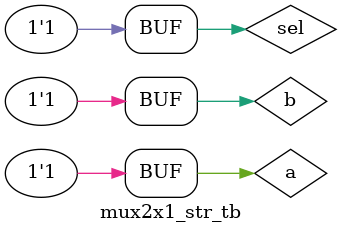
<source format=v>
`include"mux2x1.v"
module mux2x1_str_tb();
reg a,b,sel;
wire out;
mux2x1_str DUT(out,a,b,sel);
initial
begin
$monitor("At time %t,a=(%0d),b=(%0d),sel=(%0d)",$time,a,b,sel);
$dumpfile("mux2x1_str_tb.vcd");
$dumpvars(0, mux2x1_str_tb);
a = 0; b = 0; sel = 0; #10;
a = 0; b = 0; sel = 1; #10;
a = 0; b = 1; sel = 0; #10;
a = 0; b = 1; sel = 1; #10;
a = 1; b = 0; sel = 0; #10;
a = 1; b = 0; sel = 1; #10;
a = 1; b = 1; sel = 0; #10;
a = 1; b = 1; sel = 1; #10;
end
endmodule
</source>
